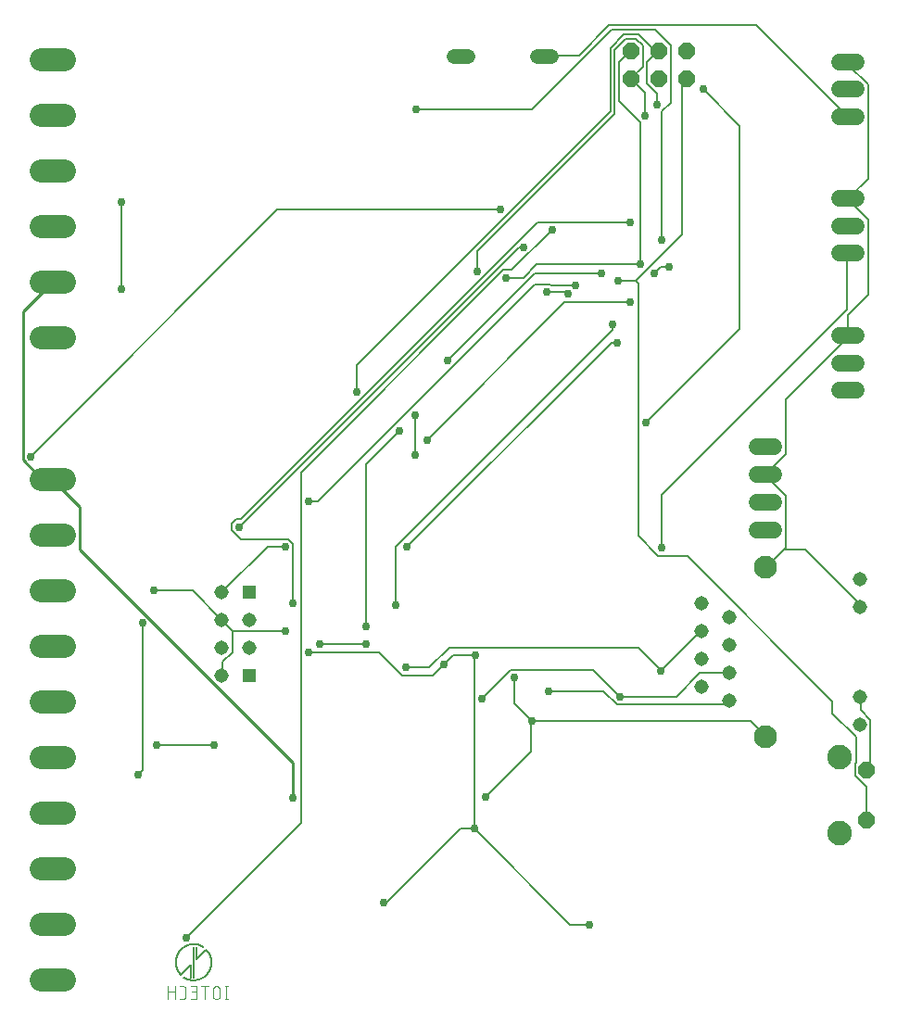
<source format=gbr>
G04 EAGLE Gerber RS-274X export*
G75*
%MOMM*%
%FSLAX34Y34*%
%LPD*%
%INBottom Copper*%
%IPPOS*%
%AMOC8*
5,1,8,0,0,1.08239X$1,22.5*%
G01*
%ADD10R,1.308000X1.308000*%
%ADD11C,1.308000*%
%ADD12C,2.095500*%
%ADD13C,2.100000*%
%ADD14C,1.524000*%
%ADD15C,0.127000*%
%ADD16C,0.101600*%
%ADD17P,1.649562X8X112.500000*%
%ADD18C,2.247900*%
%ADD19P,1.632244X8X22.500000*%
%ADD20C,1.320800*%
%ADD21C,0.254000*%
%ADD22C,0.756400*%
%ADD23C,0.203200*%


D10*
X251125Y418250D03*
X251125Y342050D03*
D11*
X251125Y392850D03*
X251125Y367450D03*
X225725Y367450D03*
X225725Y392850D03*
X225725Y418250D03*
X225725Y342050D03*
D12*
X81278Y904500D02*
X60323Y904500D01*
X60323Y853700D02*
X81278Y853700D01*
X81278Y650500D02*
X60323Y650500D01*
X60323Y802900D02*
X81278Y802900D01*
X81278Y752100D02*
X60323Y752100D01*
X60323Y701300D02*
X81278Y701300D01*
D13*
X722700Y285750D03*
X722700Y440650D03*
D11*
X808400Y429450D03*
X808400Y404050D03*
X808400Y322350D03*
X808400Y296950D03*
X664300Y407600D03*
X664300Y382200D03*
X664300Y356800D03*
X664300Y331400D03*
X689700Y395000D03*
X689700Y369600D03*
X689700Y344200D03*
X689700Y318800D03*
D14*
X714880Y550600D02*
X730120Y550600D01*
X730120Y525200D02*
X714880Y525200D01*
X714880Y499800D02*
X730120Y499800D01*
X730120Y474400D02*
X714880Y474400D01*
D15*
X200000Y93970D02*
X200000Y66030D01*
X197460Y66030D02*
X197460Y77460D01*
X188570Y68570D01*
X202540Y82540D02*
X211430Y91430D01*
X202540Y93970D02*
X202540Y82540D01*
X208890Y93971D02*
X208551Y94180D01*
X208207Y94381D01*
X207858Y94574D01*
X207505Y94758D01*
X207147Y94933D01*
X206785Y95100D01*
X206419Y95258D01*
X206049Y95407D01*
X205676Y95546D01*
X205299Y95677D01*
X204920Y95798D01*
X204537Y95911D01*
X204152Y96013D01*
X203765Y96107D01*
X203375Y96191D01*
X202984Y96265D01*
X202591Y96330D01*
X202196Y96385D01*
X201800Y96431D01*
X201403Y96467D01*
X201005Y96493D01*
X200607Y96510D01*
X200209Y96517D01*
X199810Y96514D01*
X199412Y96501D01*
X199014Y96479D01*
X198617Y96447D01*
X198220Y96406D01*
X197825Y96355D01*
X197431Y96294D01*
X197039Y96224D01*
X196649Y96144D01*
X196260Y96054D01*
X195874Y95955D01*
X195491Y95847D01*
X195110Y95730D01*
X194732Y95603D01*
X194357Y95467D01*
X193986Y95322D01*
X193618Y95168D01*
X193255Y95005D01*
X192895Y94833D01*
X192540Y94653D01*
X192189Y94464D01*
X191843Y94267D01*
X191501Y94061D01*
X191165Y93847D01*
X190835Y93624D01*
X190509Y93394D01*
X190190Y93156D01*
X189876Y92910D01*
X189568Y92657D01*
X189267Y92396D01*
X188972Y92128D01*
X188684Y91853D01*
X188402Y91571D01*
X188128Y91282D01*
X187860Y90986D01*
X187600Y90684D01*
X187347Y90376D01*
X187102Y90062D01*
X186865Y89742D01*
X186635Y89416D01*
X186414Y89085D01*
X186200Y88748D01*
X185995Y88407D01*
X185798Y88060D01*
X185610Y87709D01*
X185430Y87353D01*
X185259Y86993D01*
X185097Y86629D01*
X184944Y86261D01*
X184800Y85890D01*
X184665Y85515D01*
X184539Y85137D01*
X184422Y84756D01*
X184315Y84372D01*
X184217Y83985D01*
X184128Y83597D01*
X184049Y83206D01*
X183979Y82814D01*
X183920Y82420D01*
X183869Y82025D01*
X183828Y81628D01*
X183797Y81231D01*
X183776Y80833D01*
X183764Y80435D01*
X183762Y80036D01*
X183770Y79638D01*
X183788Y79239D01*
X183815Y78842D01*
X183852Y78445D01*
X183898Y78049D01*
X183954Y77655D01*
X184020Y77261D01*
X184095Y76870D01*
X184180Y76481D01*
X184274Y76093D01*
X184378Y75709D01*
X184491Y75326D01*
X184613Y74947D01*
X184744Y74571D01*
X184885Y74198D01*
X185035Y73829D01*
X185193Y73463D01*
X185361Y73101D01*
X185537Y72744D01*
X185722Y72391D01*
X185915Y72042D01*
X186117Y71699D01*
X186327Y71360D01*
X186545Y71027D01*
X186771Y70699D01*
X187006Y70376D01*
X187248Y70060D01*
X187497Y69749D01*
X187755Y69445D01*
X188019Y69146D01*
X188291Y68855D01*
X188570Y68570D01*
X191110Y66029D02*
X191449Y65820D01*
X191793Y65619D01*
X192142Y65426D01*
X192495Y65242D01*
X192853Y65067D01*
X193215Y64900D01*
X193581Y64742D01*
X193951Y64593D01*
X194324Y64454D01*
X194701Y64323D01*
X195080Y64202D01*
X195463Y64089D01*
X195848Y63987D01*
X196235Y63893D01*
X196625Y63809D01*
X197016Y63735D01*
X197409Y63670D01*
X197804Y63615D01*
X198200Y63569D01*
X198597Y63533D01*
X198995Y63507D01*
X199393Y63490D01*
X199791Y63483D01*
X200190Y63486D01*
X200588Y63499D01*
X200986Y63521D01*
X201383Y63553D01*
X201780Y63594D01*
X202175Y63645D01*
X202569Y63706D01*
X202961Y63776D01*
X203351Y63856D01*
X203740Y63946D01*
X204126Y64045D01*
X204509Y64153D01*
X204890Y64270D01*
X205268Y64397D01*
X205643Y64533D01*
X206014Y64678D01*
X206382Y64832D01*
X206745Y64995D01*
X207105Y65167D01*
X207460Y65347D01*
X207811Y65536D01*
X208157Y65733D01*
X208499Y65939D01*
X208835Y66153D01*
X209165Y66376D01*
X209491Y66606D01*
X209810Y66844D01*
X210124Y67090D01*
X210432Y67343D01*
X210733Y67604D01*
X211028Y67872D01*
X211316Y68147D01*
X211598Y68429D01*
X211872Y68718D01*
X212140Y69014D01*
X212400Y69316D01*
X212653Y69624D01*
X212898Y69938D01*
X213135Y70258D01*
X213365Y70584D01*
X213586Y70915D01*
X213800Y71252D01*
X214005Y71593D01*
X214202Y71940D01*
X214390Y72291D01*
X214570Y72647D01*
X214741Y73007D01*
X214903Y73371D01*
X215056Y73739D01*
X215200Y74110D01*
X215335Y74485D01*
X215461Y74863D01*
X215578Y75244D01*
X215685Y75628D01*
X215783Y76015D01*
X215872Y76403D01*
X215951Y76794D01*
X216021Y77186D01*
X216080Y77580D01*
X216131Y77975D01*
X216172Y78372D01*
X216203Y78769D01*
X216224Y79167D01*
X216236Y79565D01*
X216238Y79964D01*
X216230Y80362D01*
X216212Y80761D01*
X216185Y81158D01*
X216148Y81555D01*
X216102Y81951D01*
X216046Y82345D01*
X215980Y82739D01*
X215905Y83130D01*
X215820Y83519D01*
X215726Y83907D01*
X215622Y84291D01*
X215509Y84674D01*
X215387Y85053D01*
X215256Y85429D01*
X215115Y85802D01*
X214965Y86171D01*
X214807Y86537D01*
X214639Y86899D01*
X214463Y87256D01*
X214278Y87609D01*
X214085Y87958D01*
X213883Y88301D01*
X213673Y88640D01*
X213455Y88973D01*
X213229Y89301D01*
X212994Y89624D01*
X212752Y89940D01*
X212503Y90251D01*
X212245Y90555D01*
X211981Y90854D01*
X211709Y91145D01*
X211430Y91430D01*
D16*
X229944Y57902D02*
X229944Y46218D01*
X231242Y46218D02*
X228646Y46218D01*
X228646Y57902D02*
X231242Y57902D01*
X224045Y54656D02*
X224045Y49464D01*
X224046Y54656D02*
X224044Y54769D01*
X224038Y54882D01*
X224028Y54995D01*
X224014Y55108D01*
X223997Y55220D01*
X223975Y55331D01*
X223950Y55441D01*
X223920Y55551D01*
X223887Y55659D01*
X223850Y55766D01*
X223810Y55872D01*
X223765Y55976D01*
X223717Y56079D01*
X223666Y56180D01*
X223611Y56279D01*
X223553Y56376D01*
X223491Y56471D01*
X223426Y56564D01*
X223358Y56654D01*
X223287Y56742D01*
X223212Y56828D01*
X223135Y56911D01*
X223055Y56991D01*
X222972Y57068D01*
X222886Y57143D01*
X222798Y57214D01*
X222708Y57282D01*
X222615Y57347D01*
X222520Y57409D01*
X222423Y57467D01*
X222324Y57522D01*
X222223Y57573D01*
X222120Y57621D01*
X222016Y57666D01*
X221910Y57706D01*
X221803Y57743D01*
X221695Y57776D01*
X221585Y57806D01*
X221475Y57831D01*
X221364Y57853D01*
X221252Y57870D01*
X221139Y57884D01*
X221026Y57894D01*
X220913Y57900D01*
X220800Y57902D01*
X220687Y57900D01*
X220574Y57894D01*
X220461Y57884D01*
X220348Y57870D01*
X220236Y57853D01*
X220125Y57831D01*
X220015Y57806D01*
X219905Y57776D01*
X219797Y57743D01*
X219690Y57706D01*
X219584Y57666D01*
X219480Y57621D01*
X219377Y57573D01*
X219276Y57522D01*
X219177Y57467D01*
X219080Y57409D01*
X218985Y57347D01*
X218892Y57282D01*
X218802Y57214D01*
X218714Y57143D01*
X218628Y57068D01*
X218545Y56991D01*
X218465Y56911D01*
X218388Y56828D01*
X218313Y56742D01*
X218242Y56654D01*
X218174Y56564D01*
X218109Y56471D01*
X218047Y56376D01*
X217989Y56279D01*
X217934Y56180D01*
X217883Y56079D01*
X217835Y55976D01*
X217790Y55872D01*
X217750Y55766D01*
X217713Y55659D01*
X217680Y55551D01*
X217650Y55441D01*
X217625Y55331D01*
X217603Y55220D01*
X217586Y55108D01*
X217572Y54995D01*
X217562Y54882D01*
X217556Y54769D01*
X217554Y54656D01*
X217554Y49464D01*
X217556Y49351D01*
X217562Y49238D01*
X217572Y49125D01*
X217586Y49012D01*
X217603Y48900D01*
X217625Y48789D01*
X217650Y48679D01*
X217680Y48569D01*
X217713Y48461D01*
X217750Y48354D01*
X217790Y48248D01*
X217835Y48144D01*
X217883Y48041D01*
X217934Y47940D01*
X217989Y47841D01*
X218047Y47744D01*
X218109Y47649D01*
X218174Y47556D01*
X218242Y47466D01*
X218313Y47378D01*
X218388Y47292D01*
X218465Y47209D01*
X218545Y47129D01*
X218628Y47052D01*
X218714Y46977D01*
X218802Y46906D01*
X218892Y46838D01*
X218985Y46773D01*
X219080Y46711D01*
X219177Y46653D01*
X219276Y46598D01*
X219377Y46547D01*
X219480Y46499D01*
X219584Y46454D01*
X219690Y46414D01*
X219797Y46377D01*
X219905Y46344D01*
X220015Y46314D01*
X220125Y46289D01*
X220236Y46267D01*
X220348Y46250D01*
X220461Y46236D01*
X220574Y46226D01*
X220687Y46220D01*
X220800Y46218D01*
X220913Y46220D01*
X221026Y46226D01*
X221139Y46236D01*
X221252Y46250D01*
X221364Y46267D01*
X221475Y46289D01*
X221585Y46314D01*
X221695Y46344D01*
X221803Y46377D01*
X221910Y46414D01*
X222016Y46454D01*
X222120Y46499D01*
X222223Y46547D01*
X222324Y46598D01*
X222423Y46653D01*
X222520Y46711D01*
X222615Y46773D01*
X222708Y46838D01*
X222798Y46906D01*
X222886Y46977D01*
X222972Y47052D01*
X223055Y47129D01*
X223135Y47209D01*
X223212Y47292D01*
X223287Y47378D01*
X223358Y47466D01*
X223426Y47556D01*
X223491Y47649D01*
X223553Y47744D01*
X223611Y47841D01*
X223666Y47940D01*
X223717Y48041D01*
X223765Y48144D01*
X223810Y48248D01*
X223850Y48354D01*
X223887Y48461D01*
X223920Y48569D01*
X223950Y48679D01*
X223975Y48789D01*
X223997Y48900D01*
X224014Y49012D01*
X224028Y49125D01*
X224038Y49238D01*
X224044Y49351D01*
X224046Y49464D01*
X210132Y46218D02*
X210132Y57902D01*
X213377Y57902D02*
X206886Y57902D01*
X202306Y46218D02*
X197113Y46218D01*
X202306Y46218D02*
X202306Y57902D01*
X197113Y57902D01*
X198411Y52709D02*
X202306Y52709D01*
X190240Y46218D02*
X187644Y46218D01*
X190240Y46218D02*
X190339Y46220D01*
X190439Y46226D01*
X190538Y46235D01*
X190636Y46248D01*
X190734Y46265D01*
X190832Y46286D01*
X190928Y46311D01*
X191023Y46339D01*
X191117Y46371D01*
X191210Y46406D01*
X191302Y46445D01*
X191392Y46488D01*
X191480Y46533D01*
X191567Y46583D01*
X191651Y46635D01*
X191734Y46691D01*
X191814Y46749D01*
X191892Y46811D01*
X191967Y46876D01*
X192040Y46944D01*
X192110Y47014D01*
X192178Y47087D01*
X192243Y47162D01*
X192305Y47240D01*
X192363Y47320D01*
X192419Y47403D01*
X192471Y47487D01*
X192521Y47574D01*
X192566Y47662D01*
X192609Y47752D01*
X192648Y47844D01*
X192683Y47937D01*
X192715Y48031D01*
X192743Y48126D01*
X192768Y48222D01*
X192789Y48320D01*
X192806Y48418D01*
X192819Y48516D01*
X192828Y48615D01*
X192834Y48715D01*
X192836Y48814D01*
X192837Y48814D02*
X192837Y55306D01*
X192836Y55306D02*
X192834Y55405D01*
X192828Y55505D01*
X192819Y55604D01*
X192806Y55702D01*
X192789Y55800D01*
X192768Y55898D01*
X192743Y55994D01*
X192715Y56089D01*
X192683Y56183D01*
X192648Y56276D01*
X192609Y56368D01*
X192566Y56458D01*
X192521Y56546D01*
X192471Y56633D01*
X192419Y56717D01*
X192363Y56800D01*
X192305Y56880D01*
X192243Y56958D01*
X192178Y57033D01*
X192110Y57106D01*
X192040Y57176D01*
X191967Y57244D01*
X191892Y57309D01*
X191814Y57371D01*
X191734Y57429D01*
X191651Y57485D01*
X191567Y57537D01*
X191480Y57587D01*
X191392Y57632D01*
X191302Y57675D01*
X191210Y57714D01*
X191117Y57749D01*
X191023Y57781D01*
X190928Y57809D01*
X190832Y57834D01*
X190734Y57855D01*
X190636Y57872D01*
X190538Y57885D01*
X190439Y57894D01*
X190339Y57900D01*
X190240Y57902D01*
X187644Y57902D01*
X182897Y57902D02*
X182897Y46218D01*
X182897Y52709D02*
X176406Y52709D01*
X176406Y57902D02*
X176406Y46218D01*
D17*
X814946Y209894D03*
X814946Y255106D03*
D18*
X790054Y197448D03*
X790054Y267552D03*
D14*
X789880Y652500D02*
X805120Y652500D01*
X805120Y627500D02*
X789880Y627500D01*
X789880Y602500D02*
X805120Y602500D01*
X805120Y777500D02*
X789880Y777500D01*
X789880Y752500D02*
X805120Y752500D01*
X805120Y727500D02*
X789880Y727500D01*
X789880Y902500D02*
X805120Y902500D01*
X805120Y877500D02*
X789880Y877500D01*
X789880Y852500D02*
X805120Y852500D01*
D12*
X81278Y521100D02*
X60323Y521100D01*
X60323Y470300D02*
X81278Y470300D01*
X81278Y63900D02*
X60323Y63900D01*
X60323Y419500D02*
X81278Y419500D01*
X81278Y368700D02*
X60323Y368700D01*
X60323Y114700D02*
X81278Y114700D01*
X81278Y317900D02*
X60323Y317900D01*
X60323Y267100D02*
X81278Y267100D01*
X81278Y165500D02*
X60323Y165500D01*
X60323Y216300D02*
X81278Y216300D01*
D19*
X599600Y887300D03*
X599600Y912700D03*
X625000Y887300D03*
X625000Y912700D03*
X650400Y887300D03*
X650400Y912700D03*
D20*
X527204Y907500D02*
X513996Y907500D01*
X451004Y907500D02*
X437796Y907500D01*
D21*
X70415Y521476D02*
X61230Y521476D01*
X43882Y538824D01*
X43882Y674551D01*
X70415Y701084D01*
X70415Y521476D02*
X70800Y521100D01*
X70415Y701084D02*
X70800Y701300D01*
X290843Y262269D02*
X290843Y229613D01*
X290843Y262269D02*
X95927Y457184D01*
X95927Y495963D01*
X71435Y520455D01*
X70800Y521100D01*
D22*
X290843Y229613D03*
D23*
X809257Y310232D02*
X809257Y321458D01*
X809257Y310232D02*
X818441Y301048D01*
X818441Y258187D01*
X815380Y255125D01*
X809257Y321458D02*
X808400Y322350D01*
X814946Y255106D02*
X815380Y255125D01*
X709248Y300027D02*
X509230Y300027D01*
X709248Y300027D02*
X722514Y286761D01*
X722700Y285750D01*
X492902Y316355D02*
X492902Y339827D01*
X492902Y316355D02*
X509230Y300027D01*
X798031Y653120D02*
X798031Y671489D01*
X816400Y689858D01*
X816400Y758232D01*
X798031Y776601D01*
X798031Y653120D02*
X797500Y652500D01*
X798031Y776601D02*
X797500Y777500D01*
X798031Y900081D02*
X798031Y902122D01*
X798031Y900081D02*
X816400Y881712D01*
X816400Y795990D01*
X798031Y777621D01*
X798031Y902122D02*
X797500Y902500D01*
X798031Y777621D02*
X797500Y777500D01*
X722514Y524537D02*
X740883Y506168D01*
X740883Y458205D01*
X740373Y457694D02*
X723535Y440856D01*
X740373Y457694D02*
X740883Y458205D01*
X722514Y524537D02*
X722500Y525200D01*
X723535Y440856D02*
X722700Y440650D01*
X797011Y650059D02*
X797011Y652100D01*
X797011Y650059D02*
X740883Y593931D01*
X740883Y543927D01*
X722514Y525558D01*
X797011Y652100D02*
X797500Y652500D01*
X722514Y525558D02*
X722500Y525200D01*
X808236Y408200D02*
X808236Y404118D01*
X808236Y408200D02*
X759252Y457184D01*
X740883Y457184D01*
X808236Y404118D02*
X808400Y404050D01*
X740883Y457184D02*
X740373Y457694D01*
X133686Y694961D02*
X133686Y774560D01*
X508209Y300027D02*
X508209Y272474D01*
X466369Y230633D01*
X508209Y300027D02*
X509230Y300027D01*
D22*
X509230Y300027D03*
X492902Y339827D03*
X133686Y774560D03*
X133686Y694961D03*
X466369Y230633D03*
D23*
X623526Y863343D02*
X623526Y873548D01*
X614341Y882733D01*
X614341Y902122D01*
X624546Y912327D01*
X625000Y912700D01*
X357175Y534742D02*
X357175Y386770D01*
X357175Y534742D02*
X387790Y565357D01*
X349011Y601075D02*
X349011Y625567D01*
X580665Y857220D01*
X580665Y915389D01*
X592911Y927635D01*
X606177Y927635D01*
X622505Y911307D01*
X625000Y912700D01*
D22*
X623526Y863343D03*
X357175Y386770D03*
X387790Y565357D03*
X349011Y601075D03*
D23*
X496984Y732719D02*
X501066Y732719D01*
X496984Y732719D02*
X241859Y477594D01*
D22*
X501066Y732719D03*
X241859Y477594D03*
D23*
X582706Y657202D02*
X582706Y662305D01*
X582706Y657202D02*
X384729Y459225D01*
X384729Y406159D01*
D22*
X582706Y662305D03*
X384729Y406159D03*
D23*
X581685Y645977D02*
X586788Y645977D01*
X581685Y645977D02*
X394934Y459225D01*
X283699Y459225D02*
X267371Y459225D01*
X226551Y418405D01*
X225725Y418250D01*
D22*
X586788Y645977D03*
X394934Y459225D03*
X283699Y459225D03*
D23*
X538824Y682715D02*
X599034Y682715D01*
X538824Y682715D02*
X413303Y557193D01*
D22*
X599034Y682715D03*
X413303Y557193D03*
D23*
X626587Y715371D02*
X634751Y715371D01*
X626587Y715371D02*
X620464Y709248D01*
X572501Y709248D02*
X511271Y709248D01*
X431672Y629649D01*
D22*
X634751Y715371D03*
X620464Y709248D03*
X572501Y709248D03*
X431672Y629649D03*
D23*
X665366Y877630D02*
X699043Y843954D01*
X699043Y658223D01*
X613321Y572501D01*
D22*
X665366Y877630D03*
X613321Y572501D03*
D23*
X612300Y853138D02*
X612300Y874569D01*
X600054Y886815D01*
X599600Y887300D01*
X402077Y579644D02*
X402077Y542906D01*
X459225Y711289D02*
X459225Y729658D01*
X584747Y855179D01*
X584747Y913348D01*
X594952Y923553D01*
X604136Y923553D01*
X610259Y917430D01*
X610259Y898040D01*
X600054Y887835D01*
X599600Y887300D01*
D22*
X612300Y853138D03*
X402077Y542906D03*
X402077Y579644D03*
X459225Y711289D03*
D23*
X357175Y370442D02*
X315335Y370442D01*
X514332Y756191D02*
X599034Y756191D01*
X514332Y756191D02*
X242879Y484738D01*
X238797Y484738D01*
X234715Y480656D01*
X234715Y474533D01*
X242879Y466369D01*
X286761Y466369D01*
X290843Y462287D01*
X290843Y408200D01*
D22*
X315335Y370442D03*
X357175Y370442D03*
X599034Y756191D03*
X290843Y408200D03*
D23*
X627608Y739863D02*
X627608Y857220D01*
X635772Y865384D01*
X635772Y917430D01*
X621485Y931717D01*
X581685Y931717D01*
X509230Y859261D01*
X403098Y859261D01*
D22*
X627608Y739863D03*
X403098Y859261D03*
D23*
X526578Y698022D02*
X549029Y698022D01*
X526578Y698022D02*
X525558Y699043D01*
X511271Y699043D01*
X313294Y501066D01*
X305130Y501066D01*
X218387Y278597D02*
X166342Y278597D01*
D22*
X549029Y698022D03*
X305130Y501066D03*
X166342Y278597D03*
X218387Y278597D03*
D23*
X521476Y908245D02*
X552091Y908245D01*
X579644Y935799D01*
X714350Y935799D01*
X797011Y853138D01*
X521476Y908245D02*
X520600Y907500D01*
X797011Y853138D02*
X797500Y852500D01*
X283699Y382688D02*
X235736Y382688D01*
X226551Y391872D01*
X225725Y392850D01*
X226551Y354114D02*
X226551Y342888D01*
X226551Y354114D02*
X235736Y363298D01*
X235736Y382688D01*
X226551Y342888D02*
X225725Y342050D01*
X198998Y419426D02*
X163280Y419426D01*
X198998Y419426D02*
X225531Y392893D01*
X225725Y392850D01*
X436774Y360237D02*
X456164Y360237D01*
X436774Y360237D02*
X428610Y352073D01*
X456164Y360237D02*
X456164Y202059D01*
X456164Y360237D02*
X457184Y360237D01*
X376565Y134706D02*
X373503Y134706D01*
X376565Y134706D02*
X443918Y202059D01*
X456164Y202059D01*
X543927Y114296D02*
X561275Y114296D01*
X543927Y114296D02*
X456164Y202059D01*
X369421Y363298D02*
X305130Y363298D01*
X369421Y363298D02*
X390852Y341868D01*
X418405Y341868D01*
X428610Y352073D01*
X797011Y676592D02*
X797011Y726596D01*
X797011Y676592D02*
X627608Y507189D01*
X627608Y458205D01*
X797011Y726596D02*
X797500Y727500D01*
D22*
X283699Y382688D03*
X163280Y419426D03*
X457184Y360237D03*
X428610Y352073D03*
X456164Y202059D03*
X373503Y134706D03*
X561275Y114296D03*
X305130Y363298D03*
X627608Y458205D03*
D23*
X574542Y327581D02*
X524537Y327581D01*
X574542Y327581D02*
X586788Y315335D01*
X685776Y315335D01*
X688838Y318396D01*
X689700Y318800D01*
D22*
X524537Y327581D03*
D23*
X626587Y345950D02*
X663325Y382688D01*
X664300Y382200D01*
X415344Y349011D02*
X393913Y349011D01*
X415344Y349011D02*
X433713Y367380D01*
X606177Y367380D01*
X626587Y346970D01*
X626587Y345950D01*
D22*
X626587Y345950D03*
X393913Y349011D03*
D23*
X589849Y322478D02*
X640874Y322478D01*
X662305Y343909D01*
X688838Y343909D01*
X689700Y344200D01*
X489840Y346970D02*
X463307Y320437D01*
X489840Y346970D02*
X565357Y346970D01*
X589849Y322478D01*
D22*
X589849Y322478D03*
X463307Y320437D03*
D23*
X587808Y702104D02*
X603116Y702104D01*
X603626Y702614D02*
X645977Y744965D01*
X603626Y702614D02*
X603116Y702104D01*
X645977Y744965D02*
X645977Y882733D01*
X650059Y886815D01*
X650400Y887300D01*
X814359Y239818D02*
X814359Y210223D01*
X814359Y239818D02*
X804154Y250023D01*
X804154Y261248D01*
X805175Y262269D01*
X805175Y285740D01*
X783744Y307171D01*
X783744Y318396D01*
X651079Y451061D01*
X624546Y451061D01*
X606177Y469430D01*
X606177Y700063D01*
X603626Y702614D01*
X814359Y210223D02*
X814946Y209894D01*
D22*
X587808Y702104D03*
D23*
X540865Y691899D02*
X522496Y691899D01*
X540865Y691899D02*
X541886Y690879D01*
X153075Y389831D02*
X153075Y255125D01*
X148993Y251043D01*
D22*
X522496Y691899D03*
X541886Y690879D03*
X153075Y389831D03*
X148993Y251043D03*
D23*
X276556Y767416D02*
X480656Y767416D01*
X276556Y767416D02*
X51025Y541886D01*
D22*
X480656Y767416D03*
X51025Y541886D03*
D23*
X490861Y712309D02*
X527599Y749047D01*
X490861Y712309D02*
X482697Y712309D01*
X297986Y527599D01*
X297986Y207162D01*
X192875Y102050D01*
D22*
X527599Y749047D03*
X192875Y102050D03*
D23*
X608218Y717412D02*
X608218Y847015D01*
X588829Y866405D01*
X588829Y902122D01*
X599034Y912327D01*
X599600Y912700D01*
X501066Y705166D02*
X485758Y705166D01*
X501066Y705166D02*
X513312Y717412D01*
X608218Y717412D01*
D22*
X608218Y717412D03*
X485758Y705166D03*
M02*

</source>
